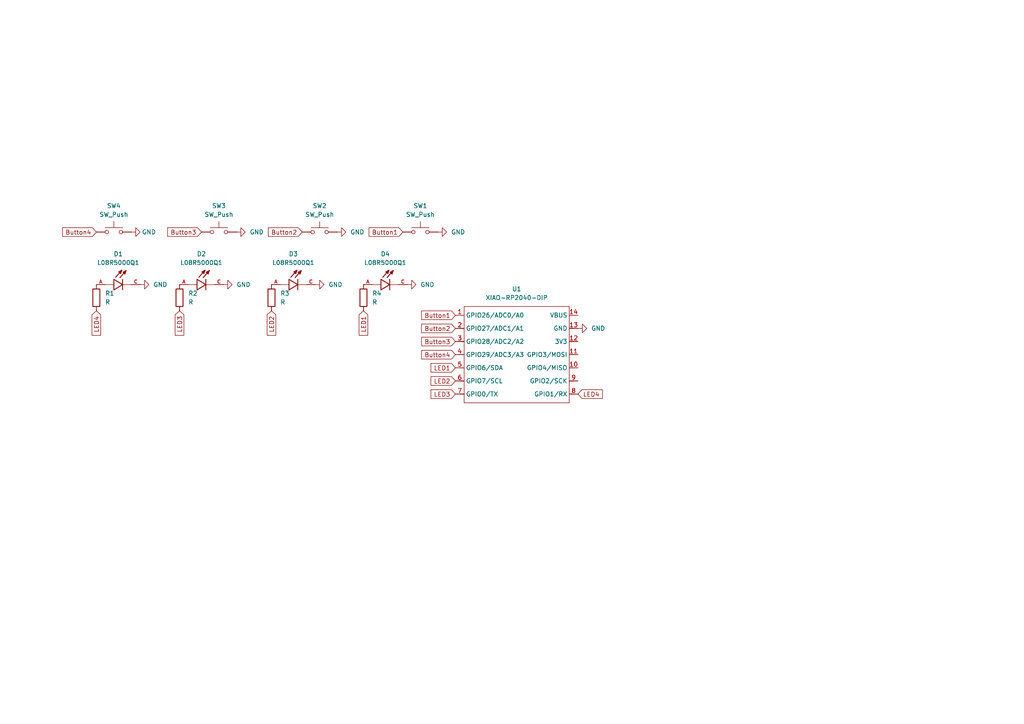
<source format=kicad_sch>
(kicad_sch (version 20250114) (generator "eeschema") (generator_version "9.0")
  (paper "A4")
  (lib_symbols
    (symbol "Device:R" (pin_numbers (hide yes)) (pin_names (offset 0))
      (property "Reference" "R" (at 2.032 0 90))
      (property "Value" "R" (at 0 0 90))
      (symbol "R_0_1"
        (rectangle (start -1.016 -2.54) (end 1.016 2.54) (stroke (width 0.254)))
      )
      (symbol "R_1_1"
        (pin passive line (at 0 3.81 270) (length 1.27) (name "~") (number "1"))
        (pin passive line (at 0 -3.81 90) (length 1.27) (name "~") (number "2"))
      )
    )
    (symbol "L08R5000Q1:L08R5000Q1" (pin_names (offset 1.016))
      (property "Reference" "D" (at -3.0988 4.4958 0))
      (property "Value" "L08R5000Q1" (at -3.556 -3.302 0))
      (symbol "L08R5000Q1_0_0"
        (polyline (pts (xy -2.54 1.524) (xy -2.54 0)) (stroke (width 0.254)))
        (polyline (pts (xy -2.54 0) (xy -5.08 0)) (stroke (width 0.1524)))
        (polyline (pts (xy -2.54 0) (xy -2.54 -1.524)) (stroke (width 0.254)))
        (polyline (pts (xy -2.54 -1.524) (xy 0 0)) (stroke (width 0.254)))
        (polyline (pts (xy -1.1176 3.683) (xy -0.2286 4.1656)) (stroke (width 0.254)))
        (polyline (pts (xy -0.9398 3.6068) (xy -0.7112 3.7592)) (stroke (width 0.254)))
        (polyline (pts (xy -0.5588 3.2004) (xy -1.1176 3.683)) (stroke (width 0.254)))
        (polyline (pts (xy -0.5588 3.2004) (xy -0.5334 3.937)) (stroke (width 0.254)))
        (polyline (pts (xy -0.5334 3.937) (xy -0.6604 3.937)) (stroke (width 0.254)))
        (polyline (pts (xy -0.2286 4.1656) (xy -2.0066 2.1336)) (stroke (width 0.254)))
        (polyline (pts (xy -0.2286 4.1656) (xy -0.5588 3.2004)) (stroke (width 0.254)))
        (polyline (pts (xy 0 1.524) (xy 0 0)) (stroke (width 0.254)))
        (polyline (pts (xy 0 0) (xy -2.54 1.524)) (stroke (width 0.254)))
        (polyline (pts (xy 0 0) (xy 0 -1.524)) (stroke (width 0.254)))
        (polyline (pts (xy 0.127 3.5814) (xy 1.016 4.064)) (stroke (width 0.254)))
        (polyline (pts (xy 0.3048 3.5052) (xy 0.5334 3.6576)) (stroke (width 0.254)))
        (polyline (pts (xy 0.6858 3.0988) (xy 0.127 3.5814)) (stroke (width 0.254)))
        (polyline (pts (xy 0.6858 3.0988) (xy 0.7112 3.8354)) (stroke (width 0.254)))
        (polyline (pts (xy 0.7112 3.8354) (xy 0.5842 3.8354)) (stroke (width 0.254)))
        (polyline (pts (xy 1.016 4.064) (xy -0.762 2.032)) (stroke (width 0.254)))
        (polyline (pts (xy 1.016 4.064) (xy 0.6858 3.0988)) (stroke (width 0.254)))
        (polyline (pts (xy 2.54 0) (xy 0 0)) (stroke (width 0.1524)))
        (pin passive line (at -7.62 0 0) (length 2.54) (name "~") (number "A"))
        (pin passive line (at 5.08 0 180) (length 2.54) (name "~") (number "C"))
      )
    )
    (symbol "Seeed_Studio_XIAO_Series:XIAO-RP2040-DIP"
      (property "Reference" "U" (at 0 0 0))
      (property "Value" "XIAO-RP2040-DIP" (at 5.334 -1.778 0))
      (symbol "XIAO-RP2040-DIP_1_0"
        (polyline (pts (xy -1.27 -2.54) (xy 29.21 -2.54)) (stroke (width 0.1524)))
        (polyline (pts (xy -1.27 -5.08) (xy -2.54 -5.08)) (stroke (width 0.1524)))
        (polyline (pts (xy -1.27 -5.08) (xy -1.27 -2.54)) (stroke (width 0.1524)))
        (polyline (pts (xy -1.27 -8.89) (xy -2.54 -8.89)) (stroke (width 0.1524)))
        (polyline (pts (xy -1.27 -8.89) (xy -1.27 -5.08)) (stroke (width 0.1524)))
        (polyline (pts (xy -1.27 -12.7) (xy -2.54 -12.7)) (stroke (width 0.1524)))
        (polyline (pts (xy -1.27 -12.7) (xy -1.27 -8.89)) (stroke (width 0.1524)))
        (polyline (pts (xy -1.27 -16.51) (xy -2.54 -16.51)) (stroke (width 0.1524)))
        (polyline (pts (xy -1.27 -16.51) (xy -1.27 -12.7)) (stroke (width 0.1524)))
        (polyline (pts (xy -1.27 -20.32) (xy -2.54 -20.32)) (stroke (width 0.1524)))
        (polyline (pts (xy -1.27 -24.13) (xy -2.54 -24.13)) (stroke (width 0.1524)))
        (polyline (pts (xy -1.27 -27.94) (xy -2.54 -27.94)) (stroke (width 0.1524)))
        (polyline (pts (xy -1.27 -30.48) (xy -1.27 -16.51)) (stroke (width 0.1524)))
        (polyline (pts (xy 29.21 -2.54) (xy 29.21 -5.08)) (stroke (width 0.1524)))
        (polyline (pts (xy 29.21 -5.08) (xy 29.21 -8.89)) (stroke (width 0.1524)))
        (polyline (pts (xy 29.21 -8.89) (xy 29.21 -12.7)) (stroke (width 0.1524)))
        (polyline (pts (xy 29.21 -12.7) (xy 29.21 -30.48)) (stroke (width 0.1524)))
        (polyline (pts (xy 29.21 -30.48) (xy -1.27 -30.48)) (stroke (width 0.1524)))
        (polyline (pts (xy 30.48 -5.08) (xy 29.21 -5.08)) (stroke (width 0.1524)))
        (polyline (pts (xy 30.48 -8.89) (xy 29.21 -8.89)) (stroke (width 0.1524)))
        (polyline (pts (xy 30.48 -12.7) (xy 29.21 -12.7)) (stroke (width 0.1524)))
        (polyline (pts (xy 30.48 -16.51) (xy 29.21 -16.51)) (stroke (width 0.1524)))
        (polyline (pts (xy 30.48 -20.32) (xy 29.21 -20.32)) (stroke (width 0.1524)))
        (polyline (pts (xy 30.48 -24.13) (xy 29.21 -24.13)) (stroke (width 0.1524)))
        (polyline (pts (xy 30.48 -27.94) (xy 29.21 -27.94)) (stroke (width 0.1524)))
        (pin passive line (at -3.81 -5.08 0) (length 2.54) (name "GPIO26/ADC0/A0") (number "1"))
        (pin passive line (at -3.81 -8.89 0) (length 2.54) (name "GPIO27/ADC1/A1") (number "2"))
        (pin passive line (at -3.81 -12.7 0) (length 2.54) (name "GPIO28/ADC2/A2") (number "3"))
        (pin passive line (at -3.81 -16.51 0) (length 2.54) (name "GPIO29/ADC3/A3") (number "4"))
        (pin passive line (at -3.81 -20.32 0) (length 2.54) (name "GPIO6/SDA") (number "5"))
        (pin passive line (at -3.81 -24.13 0) (length 2.54) (name "GPIO7/SCL") (number "6"))
        (pin passive line (at -3.81 -27.94 0) (length 2.54) (name "GPIO0/TX") (number "7"))
        (pin passive line (at 31.75 -5.08 180) (length 2.54) (name "VBUS") (number "14"))
        (pin passive line (at 31.75 -8.89 180) (length 2.54) (name "GND") (number "13"))
        (pin passive line (at 31.75 -12.7 180) (length 2.54) (name "3V3") (number "12"))
        (pin passive line (at 31.75 -16.51 180) (length 2.54) (name "GPIO3/MOSI") (number "11"))
        (pin passive line (at 31.75 -20.32 180) (length 2.54) (name "GPIO4/MISO") (number "10"))
        (pin passive line (at 31.75 -24.13 180) (length 2.54) (name "GPIO2/SCK") (number "9"))
        (pin passive line (at 31.75 -27.94 180) (length 2.54) (name "GPIO1/RX") (number "8"))
      )
    )
    (symbol "Switch:SW_Push" (pin_numbers (hide yes)) (pin_names (offset 1.016) (hide yes))
      (property "Reference" "SW" (at 1.27 2.54 0))
      (property "Value" "SW_Push" (at 0 -1.524 0))
      (symbol "SW_Push_0_1"
        (circle (center -2.032 0) (radius 0.508))
        (polyline (pts (xy 0 1.27) (xy 0 3.048)))
        (circle (center 2.032 0) (radius 0.508))
        (polyline (pts (xy 2.54 1.27) (xy -2.54 1.27)))
        (pin passive line (at -5.08 0 0) (length 2.54) (name "1") (number "1"))
        (pin passive line (at 5.08 0 180) (length 2.54) (name "2") (number "2"))
      )
    )
    (symbol "power:GND" (power) (pin_numbers (hide yes)) (pin_names (offset 0) (hide yes))
      (property "Value" "GND" (at 0 -3.81 0))
      (symbol "GND_0_1"
        (polyline (pts (xy 0 0) (xy 0 -1.27) (xy 1.27 -1.27) (xy 0 -2.54) (xy -1.27 -1.27) (xy 0 -1.27)))
      )
      (symbol "GND_1_1"
        (pin power_in line (at 0 0 270) (length 0) (name "~") (number "1"))
      )
    )
  )
  (global_label "Button2" (shape input) (at 87.63 67.31 180) (property "Intersheetrefs" "${INTERSHEET_REFS}" (effects (hide yes))))
  (global_label "Button1" (shape input) (at 132.08 91.44 180) (property "Intersheetrefs" "${INTERSHEET_REFS}" (effects (hide yes))))
  (global_label "LED2" (shape input) (at 78.74 90.17 270) (property "Intersheetrefs" "${INTERSHEET_REFS}" (effects (hide yes))))
  (global_label "Button3" (shape input) (at 132.08 99.06 180) (property "Intersheetrefs" "${INTERSHEET_REFS}" (effects (hide yes))))
  (global_label "Button4" (shape input) (at 27.94 67.31 180) (property "Intersheetrefs" "${INTERSHEET_REFS}" (effects (hide yes))))
  (global_label "LED4" (shape input) (at 167.64 114.3 0) (property "Intersheetrefs" "${INTERSHEET_REFS}" (effects (hide yes))))
  (global_label "Button4" (shape input) (at 132.08 102.87 180) (property "Intersheetrefs" "${INTERSHEET_REFS}" (effects (hide yes))))
  (global_label "Button3" (shape input) (at 58.42 67.31 180) (property "Intersheetrefs" "${INTERSHEET_REFS}" (effects (hide yes))))
  (global_label "LED3" (shape input) (at 132.08 114.3 180) (property "Intersheetrefs" "${INTERSHEET_REFS}" (effects (hide yes))))
  (global_label "LED1" (shape input) (at 105.41 90.17 270) (property "Intersheetrefs" "${INTERSHEET_REFS}" (effects (hide yes))))
  (global_label "LED3" (shape input) (at 52.07 90.17 270) (property "Intersheetrefs" "${INTERSHEET_REFS}" (effects (hide yes))))
  (global_label "LED4" (shape input) (at 27.94 90.17 270) (property "Intersheetrefs" "${INTERSHEET_REFS}" (effects (hide yes))))
  (global_label "LED2" (shape input) (at 132.08 110.49 180) (property "Intersheetrefs" "${INTERSHEET_REFS}" (effects (hide yes))))
  (global_label "Button2" (shape input) (at 132.08 95.25 180) (property "Intersheetrefs" "${INTERSHEET_REFS}" (effects (hide yes))))
  (global_label "Button1" (shape input) (at 116.84 67.31 180) (property "Intersheetrefs" "${INTERSHEET_REFS}" (effects (hide yes))))
  (global_label "LED1" (shape input) (at 132.08 106.68 180) (property "Intersheetrefs" "${INTERSHEET_REFS}" (effects (hide yes))))
  (symbol (lib_id "L08R5000Q1:L08R5000Q1") (at 86.36 82.55 0) (unit 1)
    (property "Reference" "D3" (at 85.09 73.66 0))
    (property "Value" "L08R5000Q1" (at 85.09 76.2 0))
    (property "Footprint" "Footprints:LEDRD254W57D500H1070" (effects (hide yes)))
    (property "MF" "LED Technology" (effects (hide yes)))
    (property "MAXIMUM_PACKAGE_HEIGHT" "10.7mm" (effects (hide yes)))
    (property "Package" "None" (effects (hide yes)))
    (property "Price" "None" (effects (hide yes)))
    (property "Check_prices" "https://www.snapeda.com/parts/L08R5000Q1/LED+Technology/view-part/?ref=eda" (effects (hide yes)))
    (property "STANDARD" "IPC-7351B" (effects (hide yes)))
    (property "PARTREV" "NA" (effects (hide yes)))
    (property "SnapEDA_Link" "https://www.snapeda.com/parts/L08R5000Q1/LED+Technology/view-part/?ref=snap" (effects (hide yes)))
    (property "MP" "L08R5000Q1" (effects (hide yes)))
    (property "Description_1" "LED, 5MM, ORANGE; LED / Lamp Size: 5mm / T-1 3/4; LED Colour: Orange; Typ Luminous Intensity: 4.3mcd; Viewing Angle: ..." (effects (hide yes)))
    (property "Availability" "Not in stock" (effects (hide yes)))
    (property "MANUFACTURER" "LED TECHNOLOGY" (effects (hide yes)))
  )
  (symbol (lib_id "power:GND") (at 97.79 67.31 90) (unit 1)
    (property "Reference" "#PWR05" (effects (hide yes)))
    (property "Value" "GND" (at 101.6 67.3099 90) (effects (justify right)))
    (property "Description" "Power symbol creates a global label with name \"GND\" , ground" (effects (hide yes)))
  )
  (symbol (lib_id "power:GND") (at 40.64 82.55 90) (unit 1)
    (property "Reference" "#PWR08" (effects (hide yes)))
    (property "Value" "GND" (at 44.45 82.5499 90) (effects (justify right)))
    (property "Description" "Power symbol creates a global label with name \"GND\" , ground" (effects (hide yes)))
  )
  (symbol (lib_id "Device:R") (at 52.07 86.36 0) (unit 1)
    (property "Reference" "R2" (at 54.61 85.0899 0) (effects (justify left)))
    (property "Value" "R" (at 54.61 87.6299 0) (effects (justify left)))
    (property "Footprint" "Resistor_THT:R_Axial_DIN0204_L3.6mm_D1.6mm_P5.08mm_Horizontal" (effects (hide yes)))
    (property "Description" "Resistor" (effects (hide yes)))
  )
  (symbol (lib_id "power:GND") (at 118.11 82.55 90) (unit 1)
    (property "Reference" "#PWR03" (effects (hide yes)))
    (property "Value" "GND" (at 121.92 82.5499 90) (effects (justify right)))
    (property "Description" "Power symbol creates a global label with name \"GND\" , ground" (effects (hide yes)))
  )
  (symbol (lib_id "power:GND") (at 91.44 82.55 90) (unit 1)
    (property "Reference" "#PWR04" (effects (hide yes)))
    (property "Value" "GND" (at 95.25 82.5499 90) (effects (justify right)))
    (property "Description" "Power symbol creates a global label with name \"GND\" , ground" (effects (hide yes)))
  )
  (symbol (lib_id "Device:R") (at 27.94 86.36 0) (unit 1)
    (property "Reference" "R1" (at 30.48 85.0899 0) (effects (justify left)))
    (property "Value" "R" (at 30.48 87.6299 0) (effects (justify left)))
    (property "Footprint" "Resistor_THT:R_Axial_DIN0204_L3.6mm_D1.6mm_P5.08mm_Horizontal" (effects (hide yes)))
    (property "Description" "Resistor" (effects (hide yes)))
  )
  (symbol (lib_id "L08R5000Q1:L08R5000Q1") (at 35.56 82.55 0) (unit 1)
    (property "Reference" "D1" (at 34.29 73.66 0))
    (property "Value" "L08R5000Q1" (at 34.29 76.2 0))
    (property "Footprint" "Footprints:LEDRD254W57D500H1070" (effects (hide yes)))
    (property "MF" "LED Technology" (effects (hide yes)))
    (property "MAXIMUM_PACKAGE_HEIGHT" "10.7mm" (effects (hide yes)))
    (property "Package" "None" (effects (hide yes)))
    (property "Price" "None" (effects (hide yes)))
    (property "Check_prices" "https://www.snapeda.com/parts/L08R5000Q1/LED+Technology/view-part/?ref=eda" (effects (hide yes)))
    (property "STANDARD" "IPC-7351B" (effects (hide yes)))
    (property "PARTREV" "NA" (effects (hide yes)))
    (property "SnapEDA_Link" "https://www.snapeda.com/parts/L08R5000Q1/LED+Technology/view-part/?ref=snap" (effects (hide yes)))
    (property "MP" "L08R5000Q1" (effects (hide yes)))
    (property "Description_1" "LED, 5MM, ORANGE; LED / Lamp Size: 5mm / T-1 3/4; LED Colour: Orange; Typ Luminous Intensity: 4.3mcd; Viewing Angle: ..." (effects (hide yes)))
    (property "Availability" "Not in stock" (effects (hide yes)))
    (property "MANUFACTURER" "LED TECHNOLOGY" (effects (hide yes)))
  )
  (symbol (lib_id "Device:R") (at 105.41 86.36 0) (unit 1)
    (property "Reference" "R4" (at 107.95 85.0899 0) (effects (justify left)))
    (property "Value" "R" (at 107.95 87.6299 0) (effects (justify left)))
    (property "Footprint" "Resistor_THT:R_Axial_DIN0204_L3.6mm_D1.6mm_P5.08mm_Horizontal" (effects (hide yes)))
    (property "Description" "Resistor" (effects (hide yes)))
  )
  (symbol (lib_id "L08R5000Q1:L08R5000Q1") (at 113.03 82.55 0) (unit 1)
    (property "Reference" "D4" (at 111.76 73.66 0))
    (property "Value" "L08R5000Q1" (at 111.76 76.2 0))
    (property "Footprint" "Footprints:LEDRD254W57D500H1070" (effects (hide yes)))
    (property "MF" "LED Technology" (effects (hide yes)))
    (property "MAXIMUM_PACKAGE_HEIGHT" "10.7mm" (effects (hide yes)))
    (property "Package" "None" (effects (hide yes)))
    (property "Price" "None" (effects (hide yes)))
    (property "Check_prices" "https://www.snapeda.com/parts/L08R5000Q1/LED+Technology/view-part/?ref=eda" (effects (hide yes)))
    (property "STANDARD" "IPC-7351B" (effects (hide yes)))
    (property "PARTREV" "NA" (effects (hide yes)))
    (property "SnapEDA_Link" "https://www.snapeda.com/parts/L08R5000Q1/LED+Technology/view-part/?ref=snap" (effects (hide yes)))
    (property "MP" "L08R5000Q1" (effects (hide yes)))
    (property "Description_1" "LED, 5MM, ORANGE; LED / Lamp Size: 5mm / T-1 3/4; LED Colour: Orange; Typ Luminous Intensity: 4.3mcd; Viewing Angle: ..." (effects (hide yes)))
    (property "Availability" "Not in stock" (effects (hide yes)))
    (property "MANUFACTURER" "LED TECHNOLOGY" (effects (hide yes)))
  )
  (symbol (lib_id "Seeed_Studio_XIAO_Series:XIAO-RP2040-DIP") (at 135.89 86.36 0) (unit 1)
    (property "Reference" "U1" (at 149.86 83.82 0))
    (property "Value" "XIAO-RP2040-DIP" (at 149.86 86.36 0))
    (property "Footprint" "Footprints:XIAO-RP2040-DIP" (effects (hide yes)))
  )
  (symbol (lib_id "Switch:SW_Push") (at 92.71 67.31 0) (unit 1)
    (property "Reference" "SW2" (at 92.71 59.69 0))
    (property "Value" "SW_Push" (at 92.71 62.23 0))
    (property "Footprint" "Button_Switch_Keyboard:SW_Cherry_MX_1.00u_PCB" (effects (hide yes)))
    (property "Description" "Push button switch, generic, two pins" (effects (hide yes)))
  )
  (symbol (lib_id "power:GND") (at 38.1 67.31 90) (unit 1)
    (property "Reference" "#PWR09" (effects (hide yes)))
    (property "Value" "GND" (at 41.148 67.31 90) (effects (justify right)))
    (property "Description" "Power symbol creates a global label with name \"GND\" , ground" (effects (hide yes)))
  )
  (symbol (lib_id "power:GND") (at 167.64 95.25 90) (unit 1)
    (property "Reference" "#PWR01" (effects (hide yes)))
    (property "Value" "GND" (at 171.45 95.2499 90) (effects (justify right)))
    (property "Description" "Power symbol creates a global label with name \"GND\" , ground" (effects (hide yes)))
  )
  (symbol (lib_id "Switch:SW_Push") (at 121.92 67.31 0) (unit 1)
    (property "Reference" "SW1" (at 121.92 59.69 0))
    (property "Value" "SW_Push" (at 121.92 62.23 0))
    (property "Footprint" "Button_Switch_Keyboard:SW_Cherry_MX_1.00u_PCB" (effects (hide yes)))
    (property "Description" "Push button switch, generic, two pins" (effects (hide yes)))
  )
  (symbol (lib_id "L08R5000Q1:L08R5000Q1") (at 59.69 82.55 0) (unit 1)
    (property "Reference" "D2" (at 58.42 73.66 0))
    (property "Value" "L08R5000Q1" (at 58.42 76.2 0))
    (property "Footprint" "Footprints:LEDRD254W57D500H1070" (effects (hide yes)))
    (property "MF" "LED Technology" (effects (hide yes)))
    (property "MAXIMUM_PACKAGE_HEIGHT" "10.7mm" (effects (hide yes)))
    (property "Package" "None" (effects (hide yes)))
    (property "Price" "None" (effects (hide yes)))
    (property "Check_prices" "https://www.snapeda.com/parts/L08R5000Q1/LED+Technology/view-part/?ref=eda" (effects (hide yes)))
    (property "STANDARD" "IPC-7351B" (effects (hide yes)))
    (property "PARTREV" "NA" (effects (hide yes)))
    (property "SnapEDA_Link" "https://www.snapeda.com/parts/L08R5000Q1/LED+Technology/view-part/?ref=snap" (effects (hide yes)))
    (property "MP" "L08R5000Q1" (effects (hide yes)))
    (property "Description_1" "LED, 5MM, ORANGE; LED / Lamp Size: 5mm / T-1 3/4; LED Colour: Orange; Typ Luminous Intensity: 4.3mcd; Viewing Angle: ..." (effects (hide yes)))
    (property "Availability" "Not in stock" (effects (hide yes)))
    (property "MANUFACTURER" "LED TECHNOLOGY" (effects (hide yes)))
  )
  (symbol (lib_id "Switch:SW_Push") (at 33.02 67.31 0) (unit 1)
    (property "Reference" "SW4" (at 33.02 59.69 0))
    (property "Value" "SW_Push" (at 33.02 62.23 0))
    (property "Footprint" "Button_Switch_Keyboard:SW_Cherry_MX_1.00u_PCB" (effects (hide yes)))
    (property "Description" "Push button switch, generic, two pins" (effects (hide yes)))
  )
  (symbol (lib_id "Device:R") (at 78.74 86.36 0) (unit 1)
    (property "Reference" "R3" (at 81.28 85.0899 0) (effects (justify left)))
    (property "Value" "R" (at 81.28 87.6299 0) (effects (justify left)))
    (property "Footprint" "Resistor_THT:R_Axial_DIN0204_L3.6mm_D1.6mm_P5.08mm_Horizontal" (effects (hide yes)))
    (property "Description" "Resistor" (effects (hide yes)))
  )
  (symbol (lib_id "power:GND") (at 64.77 82.55 90) (unit 1)
    (property "Reference" "#PWR07" (effects (hide yes)))
    (property "Value" "GND" (at 68.58 82.5499 90) (effects (justify right)))
    (property "Description" "Power symbol creates a global label with name \"GND\" , ground" (effects (hide yes)))
  )
  (symbol (lib_id "power:GND") (at 127 67.31 90) (unit 1)
    (property "Reference" "#PWR02" (effects (hide yes)))
    (property "Value" "GND" (at 130.81 67.3099 90) (effects (justify right)))
    (property "Description" "Power symbol creates a global label with name \"GND\" , ground" (effects (hide yes)))
  )
  (symbol (lib_id "power:GND") (at 68.58 67.31 90) (unit 1)
    (property "Reference" "#PWR06" (effects (hide yes)))
    (property "Value" "GND" (at 72.39 67.3099 90) (effects (justify right)))
    (property "Description" "Power symbol creates a global label with name \"GND\" , ground" (effects (hide yes)))
  )
  (symbol (lib_id "Switch:SW_Push") (at 63.5 67.31 0) (unit 1)
    (property "Reference" "SW3" (at 63.5 59.69 0))
    (property "Value" "SW_Push" (at 63.5 62.23 0))
    (property "Footprint" "Button_Switch_Keyboard:SW_Cherry_MX_1.00u_PCB" (effects (hide yes)))
    (property "Description" "Push button switch, generic, two pins" (effects (hide yes)))
  )
)
</source>
